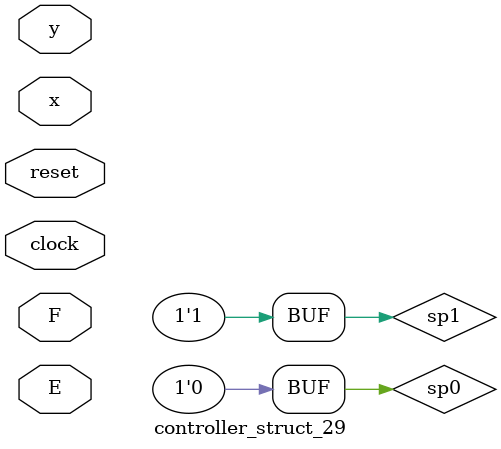
<source format=v>
module controller_struct_29(
	input clock, reset,
	input x, y, E, F
);
wire m2, m1, m0;
wire d2, d1, d0;
wire x_bar, E_bar, F_bar, w;
supply0 sp0;
supply1 sp1;

not (x_bar, x);
not (E_bar, E);
not (F_bar, F);
and (w, x_bar, y);


mux mux2(sp0, sp0, F_bar, sp0, sp1, sp0, sp1, sp0, d0, d1, d2, m2);
mux mux1(w, sp1, F, sp0, E_bar, sp0, sp1, sp0, d0, d1, d2, m1);
mux mux0(x, sp0, F, sp0, E, sp0, sp1, sp0, d0, d1, d2, m0);
dff df2(clock, reset, m2, d2);
dff df1(clock, reset, m1, d1);
dff df0(clock, reset, m0, d0);
decoder dec(d0, d1, d2, s0, s1, s2, s3, s4, s5, s6, s7);
endmodule

</source>
